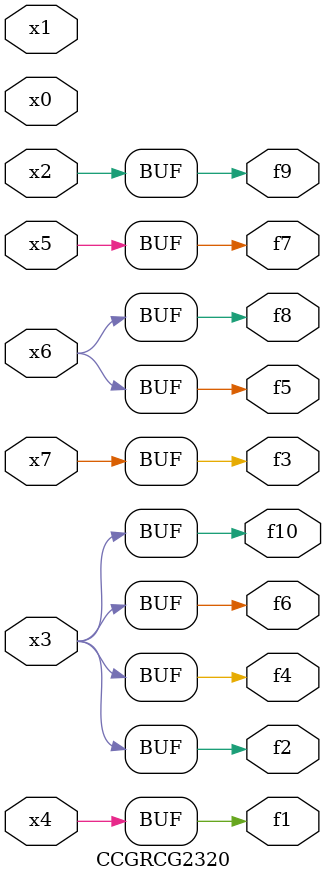
<source format=v>
module CCGRCG2320(
	input x0, x1, x2, x3, x4, x5, x6, x7,
	output f1, f2, f3, f4, f5, f6, f7, f8, f9, f10
);
	assign f1 = x4;
	assign f2 = x3;
	assign f3 = x7;
	assign f4 = x3;
	assign f5 = x6;
	assign f6 = x3;
	assign f7 = x5;
	assign f8 = x6;
	assign f9 = x2;
	assign f10 = x3;
endmodule

</source>
